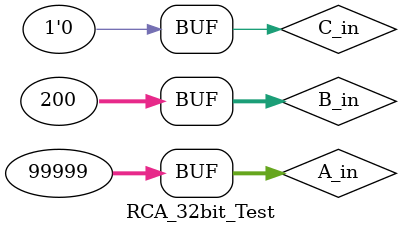
<source format=v>
`timescale 1ns / 1ps


module RCA_32bit_Test;

	// Inputs
	reg [31:0] A_in;
	reg [31:0] B_in;
	reg C_in;

	// Outputs
	wire [31:0] sum;
	wire C_out;

	// Instantiate the Unit Under Test (UUT)
	RCA_32bit uut (
		.sum(sum), 
		.C_out(C_out), 
		.A_in(A_in), 
		.B_in(B_in), 
		.C_in(C_in)
	);

	initial begin
		// Initialize Inputs
		A_in = 0;
		B_in = 0;
		C_in = 0;

		// Wait 100 ns for global reset to finish
		#100;
        
		// Add stimulus here
		$monitor($time," A= %b, B=%b, C_IN= %b, --- C_OUT= %b, SUM= %b\n",A_in, B_in, C_in, C_out, sum);
		#5 A_in = 32'd0; B_in = 32'd0; C_in = 1'b0; // C_OUT= 0, SUM= 00000000000000000000000000000000
		#5 A_in = 32'd20; B_in = 32'd9; C_in = 1'b0; // C_OUT= 0, SUM= 00000000000000000000000000011101
		#5 A_in = 32'd3; B_in = 32'd4; C_in = 1'b0; // C_OUT= 0, SUM= 00000000000000000000000000000111
		#5 A_in = 32'd999999; B_in = 32'd1999; C_in = 1'b0; // C_OUT= 0, SUM= 00000000000000000100101000001110
		#5 A_in = 32'd999999; B_in = 32'd29999999; C_in = 1'b0; // C_OUT= 0, SUM= 00000001110110010000010110111110
		#5 A_in = 32'd999999; B_in = 32'd3999; C_in = 1'b0; // C_OUT= 0, SUM= 00000000000011110101000111011110
		#5 A_in = 32'd9999; B_in = 32'd4999; C_in = 1'b0; // C_OUT= 0, SUM= 00000000000000000011101010010110
		#5 A_in = 32'd99999; B_in = 32'd5999; C_in = 1'b0; // C_OUT= 0, SUM= 00000000000000011001111000001110
		#5 A_in = 32'd999999; B_in = 32'd6999; C_in = 1'b0; // C_OUT= 0, SUM= 00000000000011110101110110010110
		#5 A_in = 32'd999999; B_in = 32'd7999; C_in = 1'b0; // C_OUT= 0, SUM= 00000000000011110110000101111110
		#5 A_in = 32'd9999; B_in = 32'd8999; C_in = 1'b0; // C_OUT= 0, SUM= 00000000000000000100101000110110
		#5 A_in = 32'd999999; B_in = 32'd99; C_in = 1'b0; // C_OUT= 0, SUM= 00000000000011110100001010100010
		#5 A_in = 32'd999999; B_in = 32'd9; C_in = 1'b0; // C_OUT= 0, SUM= 00000000000011110100001001001000
		#5 A_in = 32'd999999; B_in = 32'd99999; C_in = 1'b0; // C_OUT= 0, SUM= 00000000000100001100100011011110
		#5 A_in = 32'd99999; B_in = 32'd200; C_in = 1'b0; // C_OUT= 0, SUM= 00000000000000011000011101100111

	end
      
endmodule


</source>
